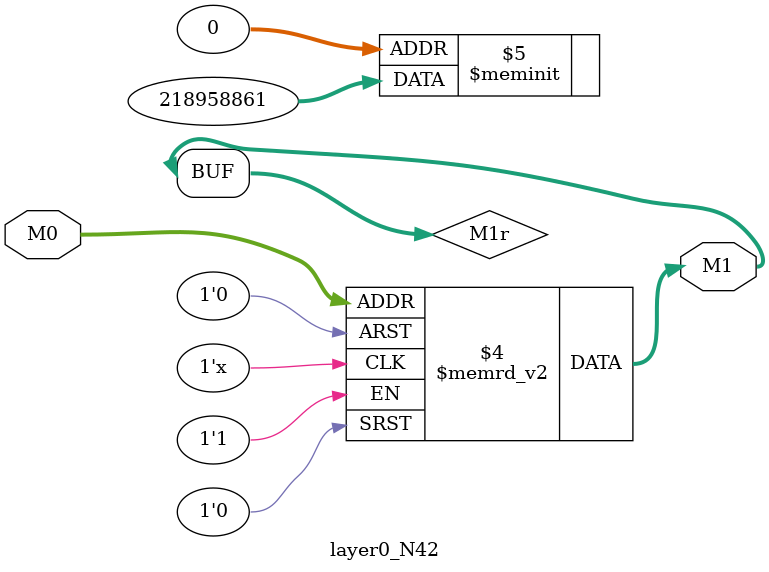
<source format=v>
module layer0_N42 ( input [3:0] M0, output [1:0] M1 );

	(*rom_style = "distributed" *) reg [1:0] M1r;
	assign M1 = M1r;
	always @ (M0) begin
		case (M0)
			4'b0000: M1r = 2'b01;
			4'b1000: M1r = 2'b01;
			4'b0100: M1r = 2'b00;
			4'b1100: M1r = 2'b01;
			4'b0010: M1r = 2'b00;
			4'b1010: M1r = 2'b00;
			4'b0110: M1r = 2'b00;
			4'b1110: M1r = 2'b00;
			4'b0001: M1r = 2'b11;
			4'b1001: M1r = 2'b11;
			4'b0101: M1r = 2'b11;
			4'b1101: M1r = 2'b11;
			4'b0011: M1r = 2'b00;
			4'b1011: M1r = 2'b00;
			4'b0111: M1r = 2'b00;
			4'b1111: M1r = 2'b00;

		endcase
	end
endmodule

</source>
